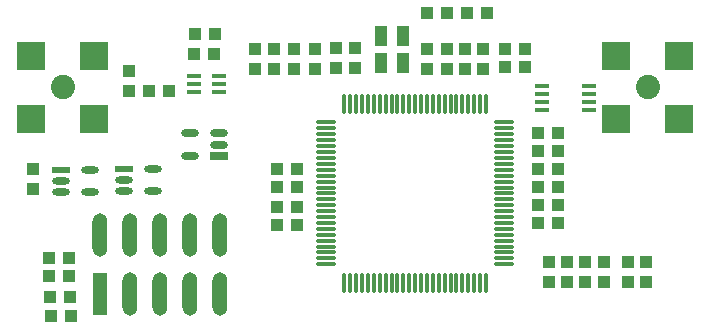
<source format=gtp>
%FSTAX23Y23*%
%MOIN*%
%SFA1B1*%

%IPPOS*%
%ADD10R,0.096063X0.096063*%
%ADD11C,0.080709*%
%ADD12R,0.043307X0.066929*%
%ADD13R,0.039370X0.043307*%
%ADD14R,0.043307X0.039370*%
%ADD15O,0.050000X0.144882*%
%ADD16R,0.050000X0.144882*%
%ADD17R,0.047244X0.013780*%
%ADD18O,0.059055X0.023622*%
%ADD19R,0.059055X0.023622*%
%ADD20O,0.059055X0.027559*%
%ADD21R,0.059055X0.027559*%
%ADD22R,0.045275X0.017716*%
%ADD23O,0.070866X0.011811*%
%ADD24O,0.011811X0.070866*%
%LNtwo_ant_fpga_board-1*%
%LPD*%
G54D10*
X03625Y02709D03*
Y02499D03*
X03834Y02709D03*
Y02499D03*
X01675Y02709D03*
Y02499D03*
X01885Y02709D03*
Y02499D03*
G54D11*
X0373Y02604D03*
X0178D03*
G54D12*
X02915Y02685D03*
Y02775D03*
X0284Y02685D03*
Y02775D03*
G54D13*
X0255Y0273D03*
Y02663D03*
X02485Y0273D03*
Y02663D03*
X0306Y02731D03*
Y02665D03*
X02995Y02731D03*
Y02665D03*
X0346Y01953D03*
Y0202D03*
X0352Y01953D03*
Y0202D03*
X0262Y0273D03*
Y02663D03*
X0318Y02665D03*
Y02731D03*
X03585Y01953D03*
Y0202D03*
X0269Y02735D03*
Y02668D03*
X02755Y02735D03*
Y02668D03*
X0312Y02731D03*
Y02665D03*
X0168Y0233D03*
Y02263D03*
X02Y02656D03*
Y0259D03*
X03725Y01955D03*
Y02021D03*
X034Y01953D03*
Y0202D03*
X0242Y02731D03*
Y02665D03*
X03665Y01955D03*
Y02021D03*
G54D14*
X03061Y0285D03*
X02995D03*
X02495Y0233D03*
X02561D03*
X03195Y0285D03*
X03128D03*
X01735Y01975D03*
X01801D03*
X02495Y0227D03*
X02561D03*
X0332Y0273D03*
X03253D03*
X0343Y0215D03*
X03363D03*
X02493Y02205D03*
X0256D03*
X01738Y01905D03*
X01805D03*
X02135Y0259D03*
X02068D03*
X02493Y02145D03*
X0256D03*
X0174Y0184D03*
X01806D03*
X0343Y0221D03*
X03363D03*
X02286Y0278D03*
X0222D03*
X02285Y02715D03*
X02218D03*
X0343Y0227D03*
X03363D03*
X0332Y0267D03*
X03253D03*
X0343Y0233D03*
X03363D03*
X0343Y0245D03*
X03363D03*
X01735Y02035D03*
X01801D03*
X0343Y0239D03*
X03363D03*
G54D15*
X02305Y0211D03*
X02205D03*
X02105D03*
X02005D03*
X01905D03*
X02305Y01915D03*
X02205D03*
X02105D03*
X02005D03*
G54D16*
X01905Y01915D03*
G54D17*
X03377Y02606D03*
Y0258D03*
Y02555D03*
Y02529D03*
X03535Y02606D03*
Y0258D03*
Y02555D03*
Y02529D03*
G54D18*
X02079Y02257D03*
Y02332D03*
X01985Y02257D03*
Y02295D03*
X01869Y02255D03*
Y02329D03*
X01775Y02255D03*
Y02292D03*
G54D19*
X01985Y02332D03*
X01775Y02329D03*
G54D20*
X02205Y0245D03*
Y02375D03*
X023Y0245D03*
Y02412D03*
G54D21*
X023Y02375D03*
G54D22*
X02217Y02589D03*
Y02615D03*
Y0264D03*
X02302D03*
Y02615D03*
Y02589D03*
G54D23*
X03252Y02486D03*
Y02466D03*
Y02446D03*
Y02427D03*
Y02407D03*
Y02387D03*
Y02368D03*
Y02348D03*
Y02328D03*
Y02309D03*
Y02289D03*
Y02269D03*
Y0225D03*
Y0223D03*
Y0221D03*
Y0219D03*
Y02171D03*
Y02151D03*
Y02131D03*
Y02112D03*
Y02092D03*
Y02072D03*
Y02053D03*
Y02033D03*
Y02013D03*
X02657D03*
Y02033D03*
Y02053D03*
Y02072D03*
Y02092D03*
Y02112D03*
Y02131D03*
Y02151D03*
Y02171D03*
Y0219D03*
Y0221D03*
Y0223D03*
Y0225D03*
Y02269D03*
Y02289D03*
Y02309D03*
Y02328D03*
Y02348D03*
Y02368D03*
Y02387D03*
Y02407D03*
Y02427D03*
Y02446D03*
Y02466D03*
Y02486D03*
G54D24*
X03191Y01952D03*
X03171D03*
X03151D03*
X03132D03*
X03112D03*
X03092D03*
X03073D03*
X03053D03*
X03033D03*
X03014D03*
X02994D03*
X02974D03*
X02955D03*
X02935D03*
X02915D03*
X02895D03*
X02876D03*
X02856D03*
X02836D03*
X02817D03*
X02797D03*
X02777D03*
X02758D03*
X02738D03*
X02718D03*
Y02547D03*
X02738D03*
X02758D03*
X02777D03*
X02797D03*
X02817D03*
X02836D03*
X02856D03*
X02876D03*
X02895D03*
X02915D03*
X02935D03*
X02955D03*
X02974D03*
X02994D03*
X03014D03*
X03033D03*
X03053D03*
X03073D03*
X03092D03*
X03112D03*
X03132D03*
X03151D03*
X03171D03*
X03191D03*
M02*
</source>
